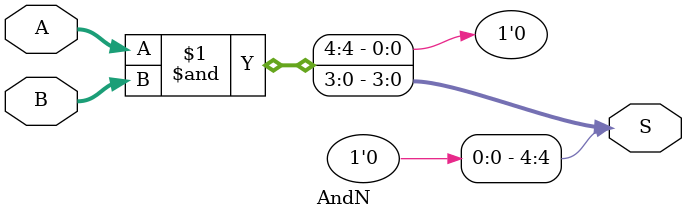
<source format=sv>
module AndN #(parameter N = 4)(input [N-1:0] A, input [N-1:0] B, output [N:0] S);
	assign S[N] = 1'b0;
	assign S = A & B;
endmodule 
</source>
